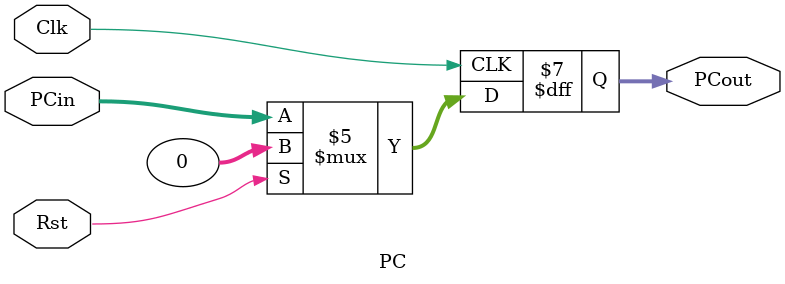
<source format=v>
`timescale 1ns / 1ps


module PC(PCin, PCout, Rst, Clk);

input [31:0] PCin;
output reg [31:0] PCout;

input Rst, Clk;

initial begin
    PCout <= 0;
  
    
end

always @ (posedge Clk) begin
    if (Rst == 1) begin
        PCout <= 0;
    end
    else begin
        PCout <= PCin;
        end
        
//    else if (Rst == 0 && PCWrite == 1) begin
//        PCout <= PCin;
//    end
//    else if (Rst == 0 && PCWrite == 0) begin
//        PCout <= PCout;
//    end
    
 end
   
        

 
//	(* mark_debug = "true" *)  reg [31:0] PCout;
//	assign debug_reg1 = PCout;

endmodule

</source>
